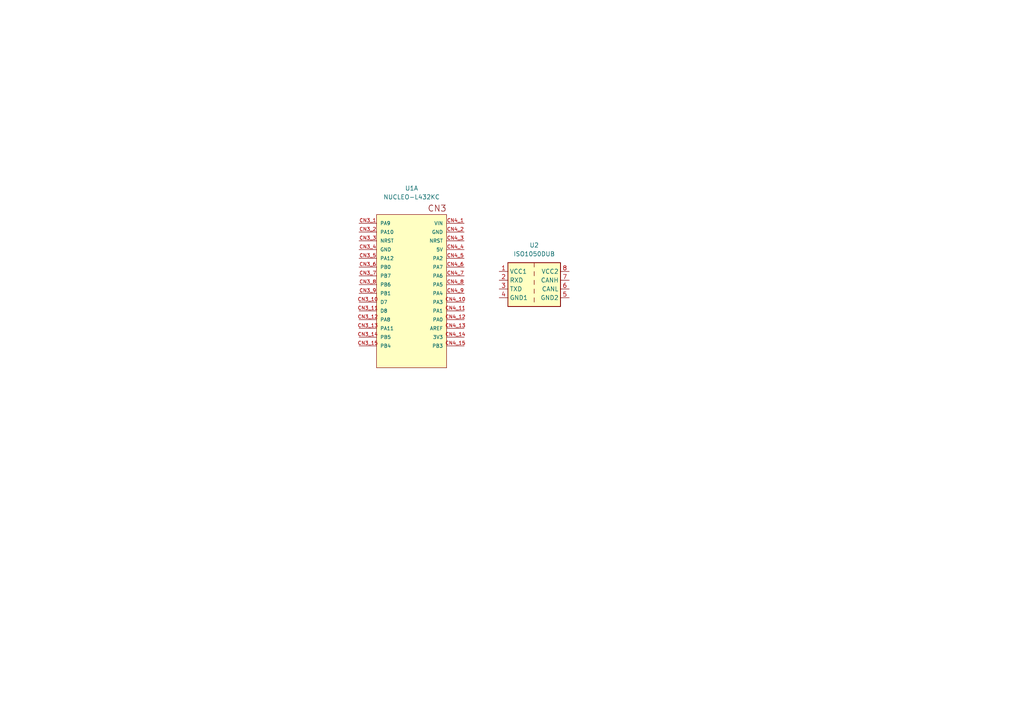
<source format=kicad_sch>
(kicad_sch (version 20230121) (generator eeschema)
  (paper "A4")
  (lib_symbols
    (symbol "1FS_2_Global_Symbol_Library:NUCLEO-L432KC" (pin_names (offset 1.016))
      (property "Reference" "U" (at 10.16 21.082 0))
      (property "Value" "NUCLEO-L432KC" (at -7.62 -25.4 0))
      (symbol "NUCLEO-L432KC_1_0"
        (rectangle (start -10.16 17.78) (end 10.16 -26.67) (stroke (width 0.1524)) (fill (type background)))
        (text "CN3" (at 10.16 18.542 0) (effects (font (size 1.778 1.778)) (justify right bottom)))
        (pin bidirectional line (at -15.24 15.24 0) (length 5.08) (name "PA9") (number "CN3_1"))
        (pin bidirectional line (at -15.24 -12.7 0) (length 5.08) (name "PA8") (number "CN3_12"))
        (pin bidirectional line (at -15.24 -15.24 0) (length 5.08) (name "PA11") (number "CN3_13"))
        (pin bidirectional line (at -15.24 -17.78 0) (length 5.08) (name "PB5") (number "CN3_14"))
        (pin bidirectional line (at -15.24 -20.32 0) (length 5.08) (name "PB4") (number "CN3_15"))
        (pin bidirectional line (at -15.24 12.7 0) (length 5.08) (name "PA10") (number "CN3_2"))
        (pin bidirectional line (at -15.24 5.08 0) (length 5.08) (name "PA12") (number "CN3_5"))
        (pin bidirectional line (at -15.24 2.54 0) (length 5.08) (name "PB0") (number "CN3_6"))
        (pin bidirectional line (at -15.24 0 0) (length 5.08) (name "PB7") (number "CN3_7"))
        (pin bidirectional line (at -15.24 -2.54 0) (length 5.08) (name "PB6") (number "CN3_8"))
        (pin bidirectional line (at -15.24 -5.08 0) (length 5.08) (name "PB1") (number "CN3_9"))
      )
      (symbol "NUCLEO-L432KC_1_1"
        (pin bidirectional line (at -15.24 -7.62 0) (length 5.08) (name "D7") (number "CN3_10"))
        (pin bidirectional line (at -15.24 -10.16 0) (length 5.08) (name "D8") (number "CN3_11"))
        (pin bidirectional line (at -15.24 10.16 0) (length 5.08) (name "NRST") (number "CN3_3"))
        (pin power_in line (at -15.24 7.62 0) (length 5.08) (name "GND") (number "CN3_4"))
        (pin power_in line (at 15.24 15.24 180) (length 5.08) (name "VIN") (number "CN4_1"))
        (pin bidirectional line (at 15.24 -7.62 180) (length 5.08) (name "PA3") (number "CN4_10"))
        (pin bidirectional line (at 15.24 -10.16 180) (length 5.08) (name "PA1") (number "CN4_11"))
        (pin bidirectional line (at 15.24 -12.7 180) (length 5.08) (name "PA0") (number "CN4_12"))
        (pin bidirectional line (at 15.24 -15.24 180) (length 5.08) (name "AREF") (number "CN4_13"))
        (pin power_out line (at 15.24 -17.78 180) (length 5.08) (name "3V3") (number "CN4_14"))
        (pin bidirectional line (at 15.24 -20.32 180) (length 5.08) (name "PB3") (number "CN4_15"))
        (pin power_in line (at 15.24 12.7 180) (length 5.08) (name "GND") (number "CN4_2"))
        (pin bidirectional line (at 15.24 10.16 180) (length 5.08) (name "NRST") (number "CN4_3"))
        (pin power_out line (at 15.24 7.62 180) (length 5.08) (name "5V") (number "CN4_4"))
        (pin bidirectional line (at 15.24 5.08 180) (length 5.08) (name "PA2") (number "CN4_5"))
        (pin bidirectional line (at 15.24 2.54 180) (length 5.08) (name "PA7") (number "CN4_6"))
        (pin bidirectional line (at 15.24 0 180) (length 5.08) (name "PA6") (number "CN4_7"))
        (pin bidirectional line (at 15.24 -2.54 180) (length 5.08) (name "PA5") (number "CN4_8"))
        (pin bidirectional line (at 15.24 -5.08 180) (length 5.08) (name "PA4") (number "CN4_9"))
      )
      (symbol "NUCLEO-L432KC_2_0"
        (rectangle (start -10.16 -17.78) (end 10.16 17.78) (stroke (width 0.1524)) (fill (type background)))
        (text "CN4" (at -10.16 18.542 0) (effects (font (size 1.778 1.778)) (justify left bottom)))
        (pin input line (at -15.24 7.62 0) (length 5.08) (name "VIN") (number "CN4_1"))
        (pin bidirectional line (at -15.24 -10.16 0) (length 5.08) (name "PA3") (number "CN4_10"))
        (pin bidirectional line (at -15.24 -5.08 0) (length 5.08) (name "PA1") (number "CN4_11"))
        (pin bidirectional line (at -15.24 -2.54 0) (length 5.08) (name "PA0") (number "CN4_12"))
        (pin bidirectional line (at 15.24 7.62 180) (length 5.08) (name "AREF") (number "CN4_13"))
        (pin power_in line (at 15.24 12.7 180) (length 5.08) (name "+3V3") (number "CN4_14"))
        (pin bidirectional line (at 15.24 2.54 180) (length 5.08) (name "PB3") (number "CN4_15"))
        (pin power_in line (at 15.24 -15.24 180) (length 5.08) (name "GND_CN4") (number "CN4_2"))
        (pin bidirectional line (at -15.24 2.54 0) (length 5.08) (name "NRST_CN4") (number "CN4_3"))
        (pin power_in line (at 15.24 15.24 180) (length 5.08) (name "+5V") (number "CN4_4"))
        (pin bidirectional line (at -15.24 -7.62 0) (length 5.08) (name "PA2") (number "CN4_5"))
        (pin bidirectional line (at 15.24 -10.16 180) (length 5.08) (name "PA7") (number "CN4_6"))
        (pin bidirectional line (at 15.24 -7.62 180) (length 5.08) (name "PA6") (number "CN4_7"))
        (pin bidirectional line (at 15.24 -5.08 180) (length 5.08) (name "PA5") (number "CN4_8"))
        (pin bidirectional line (at 15.24 -2.54 180) (length 5.08) (name "PA4") (number "CN4_9"))
      )
      (symbol "NUCLEO-L432KC_2_1"
        (pin bidirectional line (at 17.78 6.35 180) (length 5.08) (name "PA2") (number "-UB"))
      )
    )
    (symbol "Interface_CAN_LIN:ISO1050DUB"
      (property "Reference" "U" (at -6.35 6.35 0))
      (property "Value" "ISO1050DUB" (at 2.54 6.35 0))
      (symbol "ISO1050DUB_0_1"
        (rectangle (start -7.62 5.08) (end 7.62 -7.62) (stroke (width 0.254)) (fill (type background)))
        (polyline (pts (xy 0 -5.08) (xy 0 -6.35)))
        (polyline (pts (xy 0 -2.54) (xy 0 -3.81)))
        (polyline (pts (xy 0 0) (xy 0 -1.27)))
        (polyline (pts (xy 0 2.54) (xy 0 1.27)))
        (polyline (pts (xy 0 5.08) (xy 0 3.81)))
      )
      (symbol "ISO1050DUB_1_1"
        (pin power_in line (at -10.16 2.54 0) (length 2.54) (name "VCC1") (number "1"))
        (pin output line (at -10.16 0 0) (length 2.54) (name "RXD") (number "2"))
        (pin input line (at -10.16 -2.54 0) (length 2.54) (name "TXD") (number "3"))
        (pin power_in line (at -10.16 -5.08 0) (length 2.54) (name "GND1") (number "4"))
        (pin power_in line (at 10.16 -5.08 180) (length 2.54) (name "GND2") (number "5"))
        (pin bidirectional line (at 10.16 -2.54 180) (length 2.54) (name "CANL") (number "6"))
        (pin bidirectional line (at 10.16 0 180) (length 2.54) (name "CANH") (number "7"))
        (pin power_in line (at 10.16 2.54 180) (length 2.54) (name "VCC2") (number "8"))
      )
    )
  )
  (symbol (lib_id "1FS_2_Global_Symbol_Library:NUCLEO-L432KC") (at 119.38 80.01 0) (unit 1)
    (property "Reference" "U1" (at 119.38 54.61 0))
    (property "Value" "NUCLEO-L432KC" (at 119.38 57.15 0))
    (property "Footprint" "NUCLEO-L432KC:MODULE_NUCLEO-L432KC" (effects hide))
    (property "PARTREV" "N/A" (effects hide))
    (property "STANDARD" "Manufacturer Recommendations" (effects hide))
    (property "MAXIMUM_PACKAGE_HEIGHT" "N/A" (effects hide))
    (property "MANUFACTURER" "ST Microelectronics" (effects hide))
  )
  (symbol (lib_id "Interface_CAN_LIN:ISO1050DUB") (at 154.94 81.28 0) (unit 1)
    (property "Reference" "U2" (at 154.94 71.12 0))
    (property "Value" "ISO1050DUB" (at 154.94 73.66 0))
    (property "Footprint" "Package_SO:SOP-8_6.62x9.15mm_P2.54mm" (effects hide))
    (property "Datasheet" "http://www.ti.com/lit/ds/symlink/iso1050.pdf" (effects hide))
  )
)
</source>
